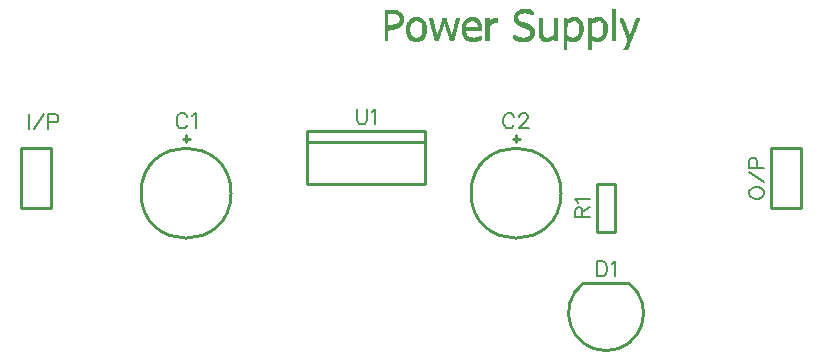
<source format=gbr>
G04 DipTrace 3.3.1.0*
G04 TopSilk.gbr*
%MOIN*%
G04 #@! TF.FileFunction,Legend,Top*
G04 #@! TF.Part,Single*
%ADD10C,0.009843*%
%ADD12C,0.003*%
%ADD45C,0.00772*%
%FSLAX26Y26*%
G04*
G70*
G90*
G75*
G01*
G04 TopSilk*
%LPD*%
X1131881Y1674811D2*
D10*
X1155521D1*
X1143701Y1686608D2*
Y1662981D1*
X993701Y1493702D2*
G02X993701Y1493702I150000J0D01*
G01*
X2231881Y1674811D2*
X2255521D1*
X2243701Y1686608D2*
Y1662981D1*
X2093701Y1493702D2*
G02X2093701Y1493702I150000J0D01*
G01*
X2468763Y1193694D2*
X2618639D1*
X2468463Y1193469D2*
G03X2618939Y1193469I75238J-99796D01*
G01*
X2573701Y1523851D2*
X2513701D1*
X2573701Y1363551D2*
Y1523851D1*
Y1363551D2*
X2513701D1*
Y1523851D1*
X693706Y1643713D2*
X593701D1*
Y1443689D1*
X693706D1*
Y1643713D1*
X3193706D2*
X3093701D1*
Y1443689D1*
X3193706D1*
Y1643713D1*
X1546850Y1700000D2*
X1940551D1*
Y1522835D1*
X1546850D1*
Y1700000D1*
Y1664567D2*
X1940551D1*
X2258701Y2107701D2*
D12*
X2285701D1*
X2564701D2*
X2573701D1*
X1805701Y2104701D2*
X1844701D1*
X2253302D2*
X2291906D1*
X2564701D2*
X2573701D1*
X1805701Y2101701D2*
X1850111D1*
X2248653D2*
X2296988D1*
X2564701D2*
X2573701D1*
X1805701Y2098701D2*
X1854854D1*
X2245042D2*
X2299226D1*
X2564701D2*
X2573701D1*
X1805701Y2095701D2*
X1858741D1*
X2242379D2*
X2262994D1*
X2281598D2*
X2300018D1*
X2564701D2*
X2573701D1*
X1805701Y2092701D2*
X1814701D1*
X1841099D2*
X1861729D1*
X2240332D2*
X2256881D1*
X2288492D2*
X2300441D1*
X2564701D2*
X2573701D1*
X1805701Y2089701D2*
X1814701D1*
X1845749D2*
X1864056D1*
X2238607D2*
X2252708D1*
X2294701D2*
X2300701D1*
X2564701D2*
X2573701D1*
X1805701Y2086701D2*
X1814701D1*
X1849359D2*
X1865017D1*
X2237122D2*
X2250014D1*
X2564701D2*
X2573701D1*
X1805701Y2083701D2*
X1814701D1*
X1852011D2*
X1865859D1*
X2235991D2*
X2248075D1*
X2564701D2*
X2573701D1*
X1805701Y2080701D2*
X1814701D1*
X1853941D2*
X1866774D1*
X1901701D2*
X1919701D1*
X2087701D2*
X2105701D1*
X2235411D2*
X2247594D1*
X2429701D2*
X2444701D1*
X2510701D2*
X2525701D1*
X2564701D2*
X2573701D1*
X1805701Y2077701D2*
X1814701D1*
X1855460D2*
X1867522D1*
X1895943D2*
X1925099D1*
X1952701D2*
X1964701D1*
X1997701D2*
X2009701D1*
X2042701D2*
X2054701D1*
X2082302D2*
X2110997D1*
X2141701D2*
X2153701D1*
X2171701D2*
X2180701D1*
X2235450D2*
X2248257D1*
X2318701D2*
X2330701D1*
X2369701D2*
X2378701D1*
X2402701D2*
X2411701D1*
X2423149D2*
X2449648D1*
X2483701D2*
X2492701D1*
X2504149D2*
X2530648D1*
X2564701D2*
X2573701D1*
X2588701D2*
X2597701D1*
X2642701D2*
X2654701D1*
X1805701Y2074701D2*
X1814701D1*
X1855632D2*
X1867694D1*
X1891325D2*
X1929749D1*
X1953726D2*
X1965164D1*
X1997237D2*
X2010164D1*
X2042237D2*
X2053304D1*
X2077653D2*
X2115355D1*
X2141701D2*
X2154252D1*
X2165149D2*
X2180701D1*
X2236028D2*
X2249432D1*
X2318701D2*
X2330701D1*
X2369701D2*
X2378701D1*
X2402701D2*
X2413107D1*
X2416097D2*
X2453647D1*
X2483701D2*
X2494107D1*
X2497097D2*
X2534647D1*
X2564701D2*
X2573701D1*
X2589164D2*
X2599549D1*
X2642225D2*
X2653663D1*
X1805701Y2071701D2*
X1814701D1*
X1855223D2*
X1867265D1*
X1887847D2*
X1933359D1*
X1954631D2*
X1965908D1*
X1996493D2*
X2010908D1*
X2041493D2*
X2052337D1*
X2074042D2*
X2118524D1*
X2141701D2*
X2155305D1*
X2158097D2*
X2180701D1*
X2236853D2*
X2250984D1*
X2318701D2*
X2330701D1*
X2369701D2*
X2378701D1*
X2402701D2*
X2456757D1*
X2483701D2*
X2537757D1*
X2564701D2*
X2573701D1*
X2589920D2*
X2601166D1*
X2641376D2*
X2652665D1*
X1805701Y2068701D2*
X1814701D1*
X1854486D2*
X1866616D1*
X1885284D2*
X1902405D1*
X1918997D2*
X1936011D1*
X1955305D2*
X1966685D1*
X1995705D2*
X2011697D1*
X2040705D2*
X2051519D1*
X2071379D2*
X2088302D1*
X2104985D2*
X2120754D1*
X2141701D2*
X2180701D1*
X2237852D2*
X2254615D1*
X2318701D2*
X2330701D1*
X2369701D2*
X2378701D1*
X2402701D2*
X2427892D1*
X2444587D2*
X2459231D1*
X2483701D2*
X2508892D1*
X2525587D2*
X2540231D1*
X2564701D2*
X2573701D1*
X2590802D2*
X2602485D1*
X2640217D2*
X2651702D1*
X1805701Y2065701D2*
X1814701D1*
X1853513D2*
X1866029D1*
X1883291D2*
X1898046D1*
X1923355D2*
X1937964D1*
X1955981D2*
X1967222D1*
X1995074D2*
X2012328D1*
X2040074D2*
X2050607D1*
X2069332D2*
X2083653D1*
X2109238D2*
X2122329D1*
X2141701D2*
X2180701D1*
X2239340D2*
X2260122D1*
X2318701D2*
X2330701D1*
X2369701D2*
X2378701D1*
X2402701D2*
X2421500D1*
X2447190D2*
X2461051D1*
X2483701D2*
X2502500D1*
X2528190D2*
X2542051D1*
X2564701D2*
X2573701D1*
X2591722D2*
X2603586D1*
X2638961D2*
X2650585D1*
X1805701Y2062701D2*
X1814701D1*
X1852234D2*
X1865284D1*
X1881591D2*
X1894878D1*
X1926524D2*
X1939413D1*
X1956832D2*
X1967606D1*
X1994413D2*
X2012989D1*
X2039413D2*
X2049748D1*
X2067607D2*
X2080042D1*
X2112509D2*
X2123530D1*
X2141701D2*
X2170798D1*
X2241463D2*
X2267554D1*
X2318701D2*
X2330701D1*
X2369701D2*
X2378701D1*
X2402701D2*
X2416366D1*
X2449354D2*
X2462402D1*
X2483701D2*
X2497366D1*
X2530354D2*
X2543402D1*
X2564701D2*
X2573701D1*
X2592824D2*
X2604673D1*
X2637808D2*
X2649301D1*
X1805701Y2059701D2*
X1814701D1*
X1849339D2*
X1864040D1*
X1880116D2*
X1892648D1*
X1928742D2*
X1940561D1*
X1957667D2*
X1968116D1*
X1993555D2*
X2013846D1*
X2038567D2*
X2049089D1*
X2066122D2*
X2077391D1*
X2113771D2*
X2124642D1*
X2141701D2*
X2163217D1*
X2244166D2*
X2275761D1*
X2318701D2*
X2330701D1*
X2369701D2*
X2378701D1*
X2402701D2*
X2413727D1*
X2451085D2*
X2463589D1*
X2483701D2*
X2494727D1*
X2532085D2*
X2544589D1*
X2564701D2*
X2573701D1*
X2594103D2*
X2605705D1*
X2636775D2*
X2647993D1*
X1805701Y2056701D2*
X1814701D1*
X1841093D2*
X1862280D1*
X1878977D2*
X1891073D1*
X1930212D2*
X1941653D1*
X1958317D2*
X1968887D1*
X1992628D2*
X2000237D1*
X2006815D2*
X2014774D1*
X2037745D2*
X2048418D1*
X2064979D2*
X2075448D1*
X2114882D2*
X2125581D1*
X2141701D2*
X2157489D1*
X2247709D2*
X2283397D1*
X2318701D2*
X2330701D1*
X2369701D2*
X2378701D1*
X2402701D2*
X2412673D1*
X2452344D2*
X2464561D1*
X2483701D2*
X2493673D1*
X2533344D2*
X2545561D1*
X2564701D2*
X2573701D1*
X2595409D2*
X2606685D1*
X2635714D2*
X2646819D1*
X1805701Y2053701D2*
X1814701D1*
X1827976D2*
X1860063D1*
X1878293D2*
X1889872D1*
X1931030D2*
X1942585D1*
X1958985D2*
X1969688D1*
X1991702D2*
X1999482D1*
X2007200D2*
X2015699D1*
X2037190D2*
X2047557D1*
X2064293D2*
X2074097D1*
X2116362D2*
X2126172D1*
X2141701D2*
X2155188D1*
X2252825D2*
X2289629D1*
X2318701D2*
X2330701D1*
X2369701D2*
X2378701D1*
X2402701D2*
X2412110D1*
X2453079D2*
X2465165D1*
X2483701D2*
X2493110D1*
X2534079D2*
X2546165D1*
X2564701D2*
X2573701D1*
X2596583D2*
X2607812D1*
X2634692D2*
X2645767D1*
X1805701Y2050701D2*
X1857013D1*
X1877950D2*
X1888760D1*
X1931424D2*
X1943173D1*
X1959833D2*
X1970325D1*
X1990686D2*
X1998599D1*
X2007930D2*
X2016715D1*
X2036799D2*
X2046629D1*
X2063950D2*
X2073277D1*
X2118394D2*
X2126476D1*
X2141701D2*
X2154388D1*
X2259974D2*
X2294232D1*
X2318701D2*
X2330701D1*
X2369701D2*
X2378701D1*
X2402701D2*
X2411860D1*
X2453441D2*
X2465473D1*
X2483701D2*
X2492860D1*
X2534441D2*
X2546473D1*
X2564701D2*
X2573701D1*
X2597634D2*
X2609099D1*
X2633726D2*
X2644610D1*
X1805701Y2047701D2*
X1852165D1*
X1877798D2*
X1887821D1*
X1931594D2*
X1943476D1*
X1960668D2*
X1970988D1*
X1989682D2*
X1997692D1*
X2008805D2*
X2017720D1*
X2036287D2*
X2045702D1*
X2063798D2*
X2126612D1*
X2141701D2*
X2153980D1*
X2268332D2*
X2297599D1*
X2318701D2*
X2330701D1*
X2369701D2*
X2378701D1*
X2402701D2*
X2411759D1*
X2453600D2*
X2465611D1*
X2483701D2*
X2492759D1*
X2534600D2*
X2546611D1*
X2564701D2*
X2573701D1*
X2598792D2*
X2610408D1*
X2632695D2*
X2643310D1*
X1805701Y2044701D2*
X1843753D1*
X1877737D2*
X1887230D1*
X1931662D2*
X1943612D1*
X1961317D2*
X1971834D1*
X1988723D2*
X1996683D1*
X2009711D2*
X2018679D1*
X2035515D2*
X2044698D1*
X2063737D2*
X2126668D1*
X2141701D2*
X2153806D1*
X2276190D2*
X2300162D1*
X2318701D2*
X2330701D1*
X2369701D2*
X2378701D1*
X2402701D2*
X2411721D1*
X2453664D2*
X2465667D1*
X2483701D2*
X2492721D1*
X2534664D2*
X2546667D1*
X2564701D2*
X2573701D1*
X2600092D2*
X2611582D1*
X2631685D2*
X2641996D1*
X1805701Y2041701D2*
X1830612D1*
X1877714D2*
X1886938D1*
X1931687D2*
X1943668D1*
X1961985D2*
X1972668D1*
X1987694D2*
X1995681D1*
X2010719D2*
X2019708D1*
X2034713D2*
X2043787D1*
X2063714D2*
X2126690D1*
X2141701D2*
X2153738D1*
X2282373D2*
X2301913D1*
X2318701D2*
X2330701D1*
X2369701D2*
X2378701D1*
X2402701D2*
X2411708D1*
X2453688D2*
X2465689D1*
X2483701D2*
X2492708D1*
X2534688D2*
X2546689D1*
X2564701D2*
X2573701D1*
X2601405D2*
X2612623D1*
X2630712D2*
X2640820D1*
X1805701Y2038701D2*
X1814701D1*
X1877705D2*
X1886907D1*
X1931696D2*
X1943689D1*
X1962845D2*
X1973317D1*
X1986684D2*
X1994722D1*
X2011721D2*
X2020717D1*
X2034077D2*
X2043105D1*
X2063705D2*
X2126701D1*
X2141701D2*
X2153714D1*
X2287261D2*
X2302896D1*
X2318701D2*
X2330701D1*
X2369701D2*
X2378701D1*
X2402701D2*
X2411703D1*
X2453696D2*
X2465685D1*
X2483701D2*
X2492703D1*
X2534696D2*
X2546685D1*
X2564701D2*
X2573701D1*
X2602581D2*
X2613686D1*
X2629589D2*
X2639768D1*
X1805701Y2035701D2*
X1814701D1*
X1877702D2*
X1887233D1*
X1931699D2*
X1943685D1*
X1963773D2*
X1973985D1*
X1985724D2*
X1993694D1*
X2012679D2*
X2021678D1*
X2033414D2*
X2042424D1*
X2063702D2*
X2072815D1*
X2141701D2*
X2153705D1*
X2289765D2*
X2303369D1*
X2318701D2*
X2330701D1*
X2369701D2*
X2378701D1*
X2402701D2*
X2411702D1*
X2453688D2*
X2465582D1*
X2483701D2*
X2492702D1*
X2534688D2*
X2546582D1*
X2564701D2*
X2573701D1*
X2603622D2*
X2614709D1*
X2628302D2*
X2638610D1*
X1805701Y2032701D2*
X1814701D1*
X1877713D2*
X1887942D1*
X1931689D2*
X1943582D1*
X1964699D2*
X1974845D1*
X1984694D2*
X1992684D1*
X2013708D2*
X2022707D1*
X2032556D2*
X2041571D1*
X2063713D2*
X2073211D1*
X2141701D2*
X2153702D1*
X2290771D2*
X2303573D1*
X2318701D2*
X2330701D1*
X2369701D2*
X2378701D1*
X2402701D2*
X2411701D1*
X2453583D2*
X2465201D1*
X2483701D2*
X2492701D1*
X2534583D2*
X2546201D1*
X2564701D2*
X2573701D1*
X2604686D2*
X2615687D1*
X2626993D2*
X2637310D1*
X1805701Y2029701D2*
X1814701D1*
X1877818D2*
X1888809D1*
X1931572D2*
X1943201D1*
X1965704D2*
X1975782D1*
X1983676D2*
X1991724D1*
X2014717D2*
X2023726D1*
X2031619D2*
X2040735D1*
X2063818D2*
X2074036D1*
X2141701D2*
X2153701D1*
X2291297D2*
X2303642D1*
X2318713D2*
X2330713D1*
X2369689D2*
X2378701D1*
X2402701D2*
X2411701D1*
X2453189D2*
X2464471D1*
X2483701D2*
X2492701D1*
X2534189D2*
X2545471D1*
X2564701D2*
X2573701D1*
X2605709D2*
X2616821D1*
X2625811D2*
X2635996D1*
X1805701Y2026701D2*
X1814701D1*
X1878212D2*
X1889724D1*
X1931084D2*
X1942471D1*
X1966614D2*
X1976792D1*
X1982631D2*
X1990694D1*
X2015678D2*
X2024770D1*
X2030610D2*
X2040085D1*
X2064212D2*
X2075199D1*
X2141701D2*
X2153701D1*
X2291420D2*
X2303567D1*
X2318818D2*
X2330818D1*
X2369560D2*
X2378701D1*
X2402701D2*
X2411701D1*
X2452354D2*
X2463596D1*
X2483701D2*
X2492701D1*
X2533354D2*
X2544596D1*
X2564701D2*
X2573701D1*
X2606687D2*
X2618197D1*
X2624686D2*
X2634820D1*
X1805701Y2023701D2*
X1814701D1*
X1879036D2*
X1890848D1*
X1929960D2*
X1941596D1*
X1967296D2*
X1978119D1*
X1981290D2*
X1989685D1*
X2016707D2*
X2026111D1*
X2029283D2*
X2039417D1*
X2065036D2*
X2076582D1*
X2141701D2*
X2153701D1*
X2291260D2*
X2303184D1*
X2319200D2*
X2331212D1*
X2369244D2*
X2378701D1*
X2402701D2*
X2411736D1*
X2451085D2*
X2462679D1*
X2483701D2*
X2492736D1*
X2532085D2*
X2543679D1*
X2564701D2*
X2573701D1*
X2607812D2*
X2619849D1*
X2623310D2*
X2633768D1*
X1805701Y2020701D2*
X1814701D1*
X1880199D2*
X1892420D1*
X1928179D2*
X1940679D1*
X1967978D2*
X1988724D1*
X2017717D2*
X2038568D1*
X2066199D2*
X2078433D1*
X2141701D2*
X2153701D1*
X2234701D2*
X2237701D1*
X2290080D2*
X2302352D1*
X2319931D2*
X2332106D1*
X2367726D2*
X2378701D1*
X2402701D2*
X2411921D1*
X2449274D2*
X2461565D1*
X2483701D2*
X2492921D1*
X2530274D2*
X2542565D1*
X2564701D2*
X2573701D1*
X2609099D2*
X2632610D1*
X1805701Y2017701D2*
X1814701D1*
X1881558D2*
X1894495D1*
X1925979D2*
X1939565D1*
X1968831D2*
X1987694D1*
X2018678D2*
X2037734D1*
X2067558D2*
X2080916D1*
X2123701D2*
X2126701D1*
X2141701D2*
X2153701D1*
X2234713D2*
X2244125D1*
X2287331D2*
X2301085D1*
X2320817D2*
X2333409D1*
X2363531D2*
X2378701D1*
X2402701D2*
X2412263D1*
X2446942D2*
X2460169D1*
X2483701D2*
X2493263D1*
X2527942D2*
X2541169D1*
X2564701D2*
X2573701D1*
X2610408D2*
X2631310D1*
X1805701Y2014701D2*
X1814701D1*
X1883105D2*
X1900895D1*
X1919946D2*
X1938158D1*
X1969667D2*
X1986685D1*
X2019707D2*
X2037085D1*
X2069117D2*
X2089230D1*
X2114183D2*
X2126677D1*
X2141701D2*
X2153701D1*
X2234841D2*
X2253720D1*
X2279638D2*
X2299344D1*
X2321840D2*
X2336858D1*
X2356614D2*
X2378701D1*
X2402701D2*
X2420091D1*
X2441059D2*
X2458375D1*
X2483701D2*
X2501091D1*
X2522059D2*
X2539375D1*
X2564701D2*
X2573701D1*
X2611582D2*
X2629996D1*
X1805701Y2011701D2*
X1814701D1*
X1884997D2*
X1910716D1*
X1910431D2*
X1936247D1*
X1970326D2*
X1985721D1*
X2020726D2*
X2036414D1*
X2071102D2*
X2102061D1*
X2100722D2*
X2126431D1*
X2141701D2*
X2153701D1*
X2235158D2*
X2268214D1*
X2267577D2*
X2297055D1*
X2323336D2*
X2345052D1*
X2346192D2*
X2378701D1*
X2402701D2*
X2432460D1*
X2431954D2*
X2456078D1*
X2483701D2*
X2513460D1*
X2512954D2*
X2537078D1*
X2564701D2*
X2573701D1*
X2612611D2*
X2628820D1*
X1805701Y2008701D2*
X1814701D1*
X1887543D2*
X1933462D1*
X1971076D2*
X1984678D1*
X2021770D2*
X2035541D1*
X2073919D2*
X2125834D1*
X2141701D2*
X2153701D1*
X2236722D2*
X2294189D1*
X2325450D2*
X2378701D1*
X2402701D2*
X2453319D1*
X2483701D2*
X2534319D1*
X2564701D2*
X2573701D1*
X2613557D2*
X2627768D1*
X1805701Y2005701D2*
X1814701D1*
X1891128D2*
X1929610D1*
X1972236D2*
X1983645D1*
X2023111D2*
X2034592D1*
X2077784D2*
X2122570D1*
X2141701D2*
X2153701D1*
X2240811D2*
X2290421D1*
X2328012D2*
X2360149D1*
X2369701D2*
X2378701D1*
X2402701D2*
X2450012D1*
X2483701D2*
X2531012D1*
X2564701D2*
X2573701D1*
X2614342D2*
X2626610D1*
X1805701Y2002701D2*
X1814701D1*
X1896022D2*
X1924854D1*
X1973701D2*
X1982701D1*
X2024701D2*
X2033701D1*
X2082545D2*
X2117611D1*
X2141701D2*
X2153701D1*
X2246351D2*
X2285435D1*
X2330814D2*
X2356097D1*
X2369701D2*
X2378701D1*
X2402701D2*
X2411701D1*
X2417701D2*
X2446051D1*
X2483701D2*
X2492701D1*
X2498701D2*
X2527051D1*
X2564701D2*
X2573701D1*
X2613906D2*
X2625310D1*
X1901701Y1999701D2*
X1919701D1*
X2087701D2*
X2111701D1*
X2252701D2*
X2279701D1*
X2333701D2*
X2351701D1*
X2402701D2*
X2411701D1*
X2423701D2*
X2441701D1*
X2483701D2*
X2492701D1*
X2504701D2*
X2522701D1*
X2613006D2*
X2623996D1*
X2402701Y1996701D2*
X2411701D1*
X2483701D2*
X2492701D1*
X2611876D2*
X2622820D1*
X2402701Y1993701D2*
X2411701D1*
X2483701D2*
X2492701D1*
X2610776D2*
X2621779D1*
X2402701Y1990701D2*
X2411701D1*
X2483701D2*
X2492701D1*
X2609752D2*
X2620715D1*
X2402701Y1987701D2*
X2411701D1*
X2483701D2*
X2492701D1*
X2608605D2*
X2619692D1*
X2402701Y1984701D2*
X2411701D1*
X2483701D2*
X2492701D1*
X2607296D2*
X2618715D1*
X2402701Y1981701D2*
X2411701D1*
X2483701D2*
X2492701D1*
X2605881D2*
X2617580D1*
X2402701Y1978701D2*
X2411701D1*
X2483701D2*
X2492701D1*
X2604339D2*
X2616204D1*
X2402701Y1975701D2*
X2411701D1*
X2483701D2*
X2492701D1*
X2602604D2*
X2614553D1*
X2402701Y1972701D2*
X2411701D1*
X2483701D2*
X2492701D1*
X2600701D2*
X2612701D1*
X2258701Y2107701D2*
X2253302Y2104701D1*
X2248653Y2101701D1*
X2245042Y2098701D1*
X2242379Y2095701D1*
X2240332Y2092701D1*
X2238607Y2089701D1*
X2237122Y2086701D1*
X2235991Y2083701D1*
X2235411Y2080701D1*
X2235450Y2077701D1*
X2236028Y2074701D1*
X2236853Y2071701D1*
X2237852Y2068701D1*
X2239340Y2065701D1*
X2241463Y2062701D1*
X2244166Y2059701D1*
X2247709Y2056701D1*
X2252825Y2053701D1*
X2259974Y2050701D1*
X2268332Y2047701D1*
X2276190Y2044701D1*
X2282373Y2041701D1*
X2287261Y2038701D1*
X2289765Y2035701D1*
X2290771Y2032701D1*
X2291297Y2029701D1*
X2291420Y2026701D1*
X2291260Y2023701D1*
X2290080Y2020701D1*
X2287331Y2017701D1*
X2279638Y2014701D1*
X2267577Y2011701D1*
X2252701Y2008701D1*
X2285701Y2107701D2*
X2291906Y2104701D1*
X2296988Y2101701D1*
X2299226Y2098701D1*
X2300018Y2095701D1*
X2300441Y2092701D1*
X2300701Y2089701D1*
X2564701Y2107701D2*
Y2104701D1*
Y2101701D1*
Y2098701D1*
Y2095701D1*
Y2092701D1*
Y2089701D1*
Y2086701D1*
Y2083701D1*
Y2080701D1*
Y2077701D1*
Y2074701D1*
Y2071701D1*
Y2068701D1*
Y2065701D1*
Y2062701D1*
Y2059701D1*
Y2056701D1*
Y2053701D1*
Y2050701D1*
Y2047701D1*
Y2044701D1*
Y2041701D1*
Y2038701D1*
Y2035701D1*
Y2032701D1*
Y2029701D1*
Y2026701D1*
Y2023701D1*
Y2020701D1*
Y2017701D1*
Y2014701D1*
Y2011701D1*
Y2008701D1*
Y2005701D1*
Y2002701D1*
X2573701Y2107701D2*
Y2104701D1*
Y2101701D1*
Y2098701D1*
Y2095701D1*
Y2092701D1*
Y2089701D1*
Y2086701D1*
Y2083701D1*
Y2080701D1*
Y2077701D1*
Y2074701D1*
Y2071701D1*
Y2068701D1*
Y2065701D1*
Y2062701D1*
Y2059701D1*
Y2056701D1*
Y2053701D1*
Y2050701D1*
Y2047701D1*
Y2044701D1*
Y2041701D1*
Y2038701D1*
Y2035701D1*
Y2032701D1*
Y2029701D1*
Y2026701D1*
Y2023701D1*
Y2020701D1*
Y2017701D1*
Y2014701D1*
Y2011701D1*
Y2008701D1*
Y2005701D1*
Y2002701D1*
X1805701Y2104701D2*
Y2101701D1*
Y2098701D1*
Y2095701D1*
Y2092701D1*
Y2089701D1*
Y2086701D1*
Y2083701D1*
Y2080701D1*
Y2077701D1*
Y2074701D1*
Y2071701D1*
Y2068701D1*
Y2065701D1*
Y2062701D1*
Y2059701D1*
Y2056701D1*
Y2053701D1*
Y2050701D1*
Y2047701D1*
Y2044701D1*
Y2041701D1*
Y2038701D1*
Y2035701D1*
Y2032701D1*
Y2029701D1*
Y2026701D1*
Y2023701D1*
Y2020701D1*
Y2017701D1*
Y2014701D1*
Y2011701D1*
Y2008701D1*
Y2005701D1*
Y2002701D1*
X1844701Y2104701D2*
X1850111Y2101701D1*
X1854854Y2098701D1*
X1858741Y2095701D1*
X1861729Y2092701D1*
X1864056Y2089701D1*
X1865017Y2086701D1*
X1865859Y2083701D1*
X1866774Y2080701D1*
X1867522Y2077701D1*
X1867694Y2074701D1*
X1867265Y2071701D1*
X1866616Y2068701D1*
X1866029Y2065701D1*
X1865284Y2062701D1*
X1864040Y2059701D1*
X1862280Y2056701D1*
X1860063Y2053701D1*
X1857013Y2050701D1*
X1852165Y2047701D1*
X1843753Y2044701D1*
X1830612Y2041701D1*
X1814701Y2038701D1*
Y2035701D1*
Y2032701D1*
Y2029701D1*
Y2026701D1*
Y2023701D1*
Y2020701D1*
Y2017701D1*
Y2014701D1*
Y2011701D1*
Y2008701D1*
Y2005701D1*
Y2002701D1*
X2270701Y2098701D2*
X2262994Y2095701D1*
X2256881Y2092701D1*
X2252708Y2089701D1*
X2250014Y2086701D1*
X2248075Y2083701D1*
X2247594Y2080701D1*
X2248257Y2077701D1*
X2249432Y2074701D1*
X2250984Y2071701D1*
X2254615Y2068701D1*
X2260122Y2065701D1*
X2267554Y2062701D1*
X2275761Y2059701D1*
X2283397Y2056701D1*
X2289629Y2053701D1*
X2294232Y2050701D1*
X2297599Y2047701D1*
X2300162Y2044701D1*
X2301913Y2041701D1*
X2302896Y2038701D1*
X2303369Y2035701D1*
X2303573Y2032701D1*
X2303642Y2029701D1*
X2303567Y2026701D1*
X2303184Y2023701D1*
X2302352Y2020701D1*
X2301085Y2017701D1*
X2299344Y2014701D1*
X2297055Y2011701D1*
X2294189Y2008701D1*
X2290421Y2005701D1*
X2285435Y2002701D1*
X2279701Y1999701D1*
X2273701Y2098701D2*
X2281598Y2095701D1*
X2288492Y2092701D1*
X2294701Y2089701D1*
X1814701Y2095701D2*
Y2092701D1*
Y2089701D1*
Y2086701D1*
Y2083701D1*
Y2080701D1*
Y2077701D1*
Y2074701D1*
Y2071701D1*
Y2068701D1*
Y2065701D1*
Y2062701D1*
Y2059701D1*
Y2056701D1*
Y2053701D1*
X1838701Y2050701D1*
X1835701Y2095701D2*
X1841099Y2092701D1*
X1845749Y2089701D1*
X1849359Y2086701D1*
X1852011Y2083701D1*
X1853941Y2080701D1*
X1855460Y2077701D1*
X1855632Y2074701D1*
X1855223Y2071701D1*
X1854486Y2068701D1*
X1853513Y2065701D1*
X1852234Y2062701D1*
X1849339Y2059701D1*
X1841093Y2056701D1*
X1827976Y2053701D1*
X1811701Y2050701D1*
X1901701Y2080701D2*
X1895943Y2077701D1*
X1891325Y2074701D1*
X1887847Y2071701D1*
X1885284Y2068701D1*
X1883291Y2065701D1*
X1881591Y2062701D1*
X1880116Y2059701D1*
X1878977Y2056701D1*
X1878293Y2053701D1*
X1877950Y2050701D1*
X1877798Y2047701D1*
X1877737Y2044701D1*
X1877714Y2041701D1*
X1877705Y2038701D1*
X1877702Y2035701D1*
X1877713Y2032701D1*
X1877818Y2029701D1*
X1878212Y2026701D1*
X1879036Y2023701D1*
X1880199Y2020701D1*
X1881558Y2017701D1*
X1883105Y2014701D1*
X1884997Y2011701D1*
X1887543Y2008701D1*
X1891128Y2005701D1*
X1896022Y2002701D1*
X1901701Y1999701D1*
X1919701Y2080701D2*
X1925099Y2077701D1*
X1929749Y2074701D1*
X1933359Y2071701D1*
X1936011Y2068701D1*
X1937964Y2065701D1*
X1939413Y2062701D1*
X1940561Y2059701D1*
X1941653Y2056701D1*
X1942585Y2053701D1*
X1943173Y2050701D1*
X1943476Y2047701D1*
X1943612Y2044701D1*
X1943668Y2041701D1*
X1943689Y2038701D1*
X1943685Y2035701D1*
X1943582Y2032701D1*
X1943201Y2029701D1*
X1942471Y2026701D1*
X1941596Y2023701D1*
X1940679Y2020701D1*
X1939565Y2017701D1*
X1938158Y2014701D1*
X1936247Y2011701D1*
X1933462Y2008701D1*
X1929610Y2005701D1*
X1924854Y2002701D1*
X1919701Y1999701D1*
X2087701Y2080701D2*
X2082302Y2077701D1*
X2077653Y2074701D1*
X2074042Y2071701D1*
X2071379Y2068701D1*
X2069332Y2065701D1*
X2067607Y2062701D1*
X2066122Y2059701D1*
X2064979Y2056701D1*
X2064293Y2053701D1*
X2063950Y2050701D1*
X2063798Y2047701D1*
X2063737Y2044701D1*
X2063714Y2041701D1*
X2063705Y2038701D1*
X2063702Y2035701D1*
X2063713Y2032701D1*
X2063818Y2029701D1*
X2064212Y2026701D1*
X2065036Y2023701D1*
X2066199Y2020701D1*
X2067558Y2017701D1*
X2069117Y2014701D1*
X2071102Y2011701D1*
X2073919Y2008701D1*
X2077784Y2005701D1*
X2082545Y2002701D1*
X2087701Y1999701D1*
X2105701Y2080701D2*
X2110997Y2077701D1*
X2115355Y2074701D1*
X2118524Y2071701D1*
X2120754Y2068701D1*
X2122329Y2065701D1*
X2123530Y2062701D1*
X2124642Y2059701D1*
X2125581Y2056701D1*
X2126172Y2053701D1*
X2126476Y2050701D1*
X2126612Y2047701D1*
X2126668Y2044701D1*
X2126690Y2041701D1*
X2126701Y2038701D1*
X2429701Y2080701D2*
X2423149Y2077701D1*
X2416097Y2074701D1*
X2408701Y2071701D1*
X2444701Y2080701D2*
X2449648Y2077701D1*
X2453647Y2074701D1*
X2456757Y2071701D1*
X2459231Y2068701D1*
X2461051Y2065701D1*
X2462402Y2062701D1*
X2463589Y2059701D1*
X2464561Y2056701D1*
X2465165Y2053701D1*
X2465473Y2050701D1*
X2465611Y2047701D1*
X2465667Y2044701D1*
X2465689Y2041701D1*
X2465685Y2038701D1*
X2465582Y2035701D1*
X2465201Y2032701D1*
X2464471Y2029701D1*
X2463596Y2026701D1*
X2462679Y2023701D1*
X2461565Y2020701D1*
X2460169Y2017701D1*
X2458375Y2014701D1*
X2456078Y2011701D1*
X2453319Y2008701D1*
X2450012Y2005701D1*
X2446051Y2002701D1*
X2441701Y1999701D1*
X2510701Y2080701D2*
X2504149Y2077701D1*
X2497097Y2074701D1*
X2489701Y2071701D1*
X2525701Y2080701D2*
X2530648Y2077701D1*
X2534647Y2074701D1*
X2537757Y2071701D1*
X2540231Y2068701D1*
X2542051Y2065701D1*
X2543402Y2062701D1*
X2544589Y2059701D1*
X2545561Y2056701D1*
X2546165Y2053701D1*
X2546473Y2050701D1*
X2546611Y2047701D1*
X2546667Y2044701D1*
X2546689Y2041701D1*
X2546685Y2038701D1*
X2546582Y2035701D1*
X2546201Y2032701D1*
X2545471Y2029701D1*
X2544596Y2026701D1*
X2543679Y2023701D1*
X2542565Y2020701D1*
X2541169Y2017701D1*
X2539375Y2014701D1*
X2537078Y2011701D1*
X2534319Y2008701D1*
X2531012Y2005701D1*
X2527051Y2002701D1*
X2522701Y1999701D1*
X1952701Y2077701D2*
X1953726Y2074701D1*
X1954631Y2071701D1*
X1955305Y2068701D1*
X1955981Y2065701D1*
X1956832Y2062701D1*
X1957667Y2059701D1*
X1958317Y2056701D1*
X1958985Y2053701D1*
X1959833Y2050701D1*
X1960668Y2047701D1*
X1961317Y2044701D1*
X1961985Y2041701D1*
X1962845Y2038701D1*
X1963773Y2035701D1*
X1964699Y2032701D1*
X1965704Y2029701D1*
X1966614Y2026701D1*
X1967296Y2023701D1*
X1967978Y2020701D1*
X1968831Y2017701D1*
X1969667Y2014701D1*
X1970326Y2011701D1*
X1971076Y2008701D1*
X1972236Y2005701D1*
X1973701Y2002701D1*
X1964701Y2077701D2*
X1965164Y2074701D1*
X1965908Y2071701D1*
X1966685Y2068701D1*
X1967222Y2065701D1*
X1967606Y2062701D1*
X1968116Y2059701D1*
X1968887Y2056701D1*
X1969688Y2053701D1*
X1970325Y2050701D1*
X1970988Y2047701D1*
X1971834Y2044701D1*
X1972668Y2041701D1*
X1973317Y2038701D1*
X1973985Y2035701D1*
X1974845Y2032701D1*
X1975782Y2029701D1*
X1976792Y2026701D1*
X1978119Y2023701D1*
X1979701Y2020701D1*
X1997701Y2077701D2*
X1997237Y2074701D1*
X1996493Y2071701D1*
X1995705Y2068701D1*
X1995074Y2065701D1*
X1994413Y2062701D1*
X1993555Y2059701D1*
X1992628Y2056701D1*
X1991702Y2053701D1*
X1990686Y2050701D1*
X1989682Y2047701D1*
X1988723Y2044701D1*
X1987694Y2041701D1*
X1986684Y2038701D1*
X1985724Y2035701D1*
X1984694Y2032701D1*
X1983676Y2029701D1*
X1982631Y2026701D1*
X1981290Y2023701D1*
X1979701Y2020701D1*
X2009701Y2077701D2*
X2010164Y2074701D1*
X2010908Y2071701D1*
X2011697Y2068701D1*
X2012328Y2065701D1*
X2012989Y2062701D1*
X2013846Y2059701D1*
X2014774Y2056701D1*
X2015699Y2053701D1*
X2016715Y2050701D1*
X2017720Y2047701D1*
X2018679Y2044701D1*
X2019708Y2041701D1*
X2020717Y2038701D1*
X2021678Y2035701D1*
X2022707Y2032701D1*
X2023726Y2029701D1*
X2024770Y2026701D1*
X2026111Y2023701D1*
X2027701Y2020701D1*
X2042701Y2077701D2*
X2042237Y2074701D1*
X2041493Y2071701D1*
X2040705Y2068701D1*
X2040074Y2065701D1*
X2039413Y2062701D1*
X2038567Y2059701D1*
X2037745Y2056701D1*
X2037190Y2053701D1*
X2036799Y2050701D1*
X2036287Y2047701D1*
X2035515Y2044701D1*
X2034713Y2041701D1*
X2034077Y2038701D1*
X2033414Y2035701D1*
X2032556Y2032701D1*
X2031619Y2029701D1*
X2030610Y2026701D1*
X2029283Y2023701D1*
X2027701Y2020701D1*
X2054701Y2077701D2*
X2053304Y2074701D1*
X2052337Y2071701D1*
X2051519Y2068701D1*
X2050607Y2065701D1*
X2049748Y2062701D1*
X2049089Y2059701D1*
X2048418Y2056701D1*
X2047557Y2053701D1*
X2046629Y2050701D1*
X2045702Y2047701D1*
X2044698Y2044701D1*
X2043787Y2041701D1*
X2043105Y2038701D1*
X2042424Y2035701D1*
X2041571Y2032701D1*
X2040735Y2029701D1*
X2040085Y2026701D1*
X2039417Y2023701D1*
X2038568Y2020701D1*
X2037734Y2017701D1*
X2037085Y2014701D1*
X2036414Y2011701D1*
X2035541Y2008701D1*
X2034592Y2005701D1*
X2033701Y2002701D1*
X2141701Y2077701D2*
Y2074701D1*
Y2071701D1*
Y2068701D1*
Y2065701D1*
Y2062701D1*
Y2059701D1*
Y2056701D1*
Y2053701D1*
Y2050701D1*
Y2047701D1*
Y2044701D1*
Y2041701D1*
Y2038701D1*
Y2035701D1*
Y2032701D1*
Y2029701D1*
Y2026701D1*
Y2023701D1*
Y2020701D1*
Y2017701D1*
Y2014701D1*
Y2011701D1*
Y2008701D1*
Y2005701D1*
Y2002701D1*
X2153701Y2077701D2*
X2154252Y2074701D1*
X2155305Y2071701D1*
X2156701Y2068701D1*
X2171701Y2077701D2*
X2165149Y2074701D1*
X2158097Y2071701D1*
X2150701Y2068701D1*
X2180701Y2077701D2*
Y2074701D1*
Y2071701D1*
Y2068701D1*
Y2065701D1*
X2170798Y2062701D1*
X2163217Y2059701D1*
X2157489Y2056701D1*
X2155188Y2053701D1*
X2154388Y2050701D1*
X2153980Y2047701D1*
X2153806Y2044701D1*
X2153738Y2041701D1*
X2153714Y2038701D1*
X2153705Y2035701D1*
X2153702Y2032701D1*
X2153701Y2029701D1*
Y2026701D1*
Y2023701D1*
Y2020701D1*
Y2017701D1*
Y2014701D1*
Y2011701D1*
Y2008701D1*
Y2005701D1*
Y2002701D1*
X2318701Y2077701D2*
Y2074701D1*
Y2071701D1*
Y2068701D1*
Y2065701D1*
Y2062701D1*
Y2059701D1*
Y2056701D1*
Y2053701D1*
Y2050701D1*
Y2047701D1*
Y2044701D1*
Y2041701D1*
Y2038701D1*
Y2035701D1*
Y2032701D1*
X2318713Y2029701D1*
X2318818Y2026701D1*
X2319200Y2023701D1*
X2319931Y2020701D1*
X2320817Y2017701D1*
X2321840Y2014701D1*
X2323336Y2011701D1*
X2325450Y2008701D1*
X2328012Y2005701D1*
X2330814Y2002701D1*
X2333701Y1999701D1*
X2330701Y2077701D2*
Y2074701D1*
Y2071701D1*
Y2068701D1*
Y2065701D1*
Y2062701D1*
Y2059701D1*
Y2056701D1*
Y2053701D1*
Y2050701D1*
Y2047701D1*
Y2044701D1*
Y2041701D1*
Y2038701D1*
Y2035701D1*
Y2032701D1*
X2330713Y2029701D1*
X2330818Y2026701D1*
X2331212Y2023701D1*
X2332106Y2020701D1*
X2333409Y2017701D1*
X2336858Y2014701D1*
X2345052Y2011701D1*
X2354701Y2008701D1*
X2369701Y2077701D2*
Y2074701D1*
Y2071701D1*
Y2068701D1*
Y2065701D1*
Y2062701D1*
Y2059701D1*
Y2056701D1*
Y2053701D1*
Y2050701D1*
Y2047701D1*
Y2044701D1*
Y2041701D1*
Y2038701D1*
Y2035701D1*
Y2032701D1*
X2369689Y2029701D1*
X2369560Y2026701D1*
X2369244Y2023701D1*
X2367726Y2020701D1*
X2363531Y2017701D1*
X2356614Y2014701D1*
X2346192Y2011701D1*
X2333701Y2008701D1*
X2378701Y2077701D2*
Y2074701D1*
Y2071701D1*
Y2068701D1*
Y2065701D1*
Y2062701D1*
Y2059701D1*
Y2056701D1*
Y2053701D1*
Y2050701D1*
Y2047701D1*
Y2044701D1*
Y2041701D1*
Y2038701D1*
Y2035701D1*
Y2032701D1*
Y2029701D1*
Y2026701D1*
Y2023701D1*
Y2020701D1*
Y2017701D1*
Y2014701D1*
Y2011701D1*
Y2008701D1*
Y2005701D1*
Y2002701D1*
X2402701Y2077701D2*
Y2074701D1*
Y2071701D1*
Y2068701D1*
Y2065701D1*
Y2062701D1*
Y2059701D1*
Y2056701D1*
Y2053701D1*
Y2050701D1*
Y2047701D1*
Y2044701D1*
Y2041701D1*
Y2038701D1*
Y2035701D1*
Y2032701D1*
Y2029701D1*
Y2026701D1*
Y2023701D1*
Y2020701D1*
Y2017701D1*
Y2014701D1*
Y2011701D1*
Y2008701D1*
Y2005701D1*
Y2002701D1*
Y1999701D1*
Y1996701D1*
Y1993701D1*
Y1990701D1*
Y1987701D1*
Y1984701D1*
Y1981701D1*
Y1978701D1*
Y1975701D1*
Y1972701D1*
X2411701Y2077701D2*
X2413107Y2074701D1*
X2414701Y2071701D1*
X2483701Y2077701D2*
Y2074701D1*
Y2071701D1*
Y2068701D1*
Y2065701D1*
Y2062701D1*
Y2059701D1*
Y2056701D1*
Y2053701D1*
Y2050701D1*
Y2047701D1*
Y2044701D1*
Y2041701D1*
Y2038701D1*
Y2035701D1*
Y2032701D1*
Y2029701D1*
Y2026701D1*
Y2023701D1*
Y2020701D1*
Y2017701D1*
Y2014701D1*
Y2011701D1*
Y2008701D1*
Y2005701D1*
Y2002701D1*
Y1999701D1*
Y1996701D1*
Y1993701D1*
Y1990701D1*
Y1987701D1*
Y1984701D1*
Y1981701D1*
Y1978701D1*
Y1975701D1*
Y1972701D1*
X2492701Y2077701D2*
X2494107Y2074701D1*
X2495701Y2071701D1*
X2588701Y2077701D2*
X2589164Y2074701D1*
X2589920Y2071701D1*
X2590802Y2068701D1*
X2591722Y2065701D1*
X2592824Y2062701D1*
X2594103Y2059701D1*
X2595409Y2056701D1*
X2596583Y2053701D1*
X2597634Y2050701D1*
X2598792Y2047701D1*
X2600092Y2044701D1*
X2601405Y2041701D1*
X2602581Y2038701D1*
X2603622Y2035701D1*
X2604686Y2032701D1*
X2605709Y2029701D1*
X2606687Y2026701D1*
X2607812Y2023701D1*
X2609099Y2020701D1*
X2610408Y2017701D1*
X2611582Y2014701D1*
X2612611Y2011701D1*
X2613557Y2008701D1*
X2614342Y2005701D1*
X2613906Y2002701D1*
X2613006Y1999701D1*
X2611876Y1996701D1*
X2610776Y1993701D1*
X2609752Y1990701D1*
X2608605Y1987701D1*
X2607296Y1984701D1*
X2605881Y1981701D1*
X2604339Y1978701D1*
X2602604Y1975701D1*
X2600701Y1972701D1*
X2597701Y2077701D2*
X2599549Y2074701D1*
X2601166Y2071701D1*
X2602485Y2068701D1*
X2603586Y2065701D1*
X2604673Y2062701D1*
X2605705Y2059701D1*
X2606685Y2056701D1*
X2607812Y2053701D1*
X2609099Y2050701D1*
X2610408Y2047701D1*
X2611582Y2044701D1*
X2612623Y2041701D1*
X2613686Y2038701D1*
X2614709Y2035701D1*
X2615687Y2032701D1*
X2616821Y2029701D1*
X2618197Y2026701D1*
X2619849Y2023701D1*
X2621701Y2020701D1*
X2642701Y2077701D2*
X2642225Y2074701D1*
X2641376Y2071701D1*
X2640217Y2068701D1*
X2638961Y2065701D1*
X2637808Y2062701D1*
X2636775Y2059701D1*
X2635714Y2056701D1*
X2634692Y2053701D1*
X2633726Y2050701D1*
X2632695Y2047701D1*
X2631685Y2044701D1*
X2630712Y2041701D1*
X2629589Y2038701D1*
X2628302Y2035701D1*
X2626993Y2032701D1*
X2625811Y2029701D1*
X2624686Y2026701D1*
X2623310Y2023701D1*
X2621701Y2020701D1*
X2654701Y2077701D2*
X2653663Y2074701D1*
X2652665Y2071701D1*
X2651702Y2068701D1*
X2650585Y2065701D1*
X2649301Y2062701D1*
X2647993Y2059701D1*
X2646819Y2056701D1*
X2645767Y2053701D1*
X2644610Y2050701D1*
X2643310Y2047701D1*
X2641996Y2044701D1*
X2640820Y2041701D1*
X2639768Y2038701D1*
X2638610Y2035701D1*
X2637310Y2032701D1*
X2635996Y2029701D1*
X2634820Y2026701D1*
X2633768Y2023701D1*
X2632610Y2020701D1*
X2631310Y2017701D1*
X2629996Y2014701D1*
X2628820Y2011701D1*
X2627768Y2008701D1*
X2626610Y2005701D1*
X2625310Y2002701D1*
X2623996Y1999701D1*
X2622820Y1996701D1*
X2621779Y1993701D1*
X2620715Y1990701D1*
X2619692Y1987701D1*
X2618715Y1984701D1*
X2617580Y1981701D1*
X2616204Y1978701D1*
X2614553Y1975701D1*
X2612701Y1972701D1*
X1907701Y2071701D2*
X1902405Y2068701D1*
X1898046Y2065701D1*
X1894878Y2062701D1*
X1892648Y2059701D1*
X1891073Y2056701D1*
X1889872Y2053701D1*
X1888760Y2050701D1*
X1887821Y2047701D1*
X1887230Y2044701D1*
X1886938Y2041701D1*
X1886907Y2038701D1*
X1887233Y2035701D1*
X1887942Y2032701D1*
X1888809Y2029701D1*
X1889724Y2026701D1*
X1890848Y2023701D1*
X1892420Y2020701D1*
X1894495Y2017701D1*
X1900895Y2014701D1*
X1910716Y2011701D1*
X1922701Y2008701D1*
X1913701Y2071701D2*
X1918997Y2068701D1*
X1923355Y2065701D1*
X1926524Y2062701D1*
X1928742Y2059701D1*
X1930212Y2056701D1*
X1931030Y2053701D1*
X1931424Y2050701D1*
X1931594Y2047701D1*
X1931662Y2044701D1*
X1931687Y2041701D1*
X1931696Y2038701D1*
X1931699Y2035701D1*
X1931689Y2032701D1*
X1931572Y2029701D1*
X1931084Y2026701D1*
X1929960Y2023701D1*
X1928179Y2020701D1*
X1925979Y2017701D1*
X1919946Y2014701D1*
X1910431Y2011701D1*
X1898701Y2008701D1*
X2093701Y2071701D2*
X2088302Y2068701D1*
X2083653Y2065701D1*
X2080042Y2062701D1*
X2077391Y2059701D1*
X2075448Y2056701D1*
X2074097Y2053701D1*
X2073277Y2050701D1*
X2072701Y2047701D1*
X2099701Y2071701D2*
X2104985Y2068701D1*
X2109238Y2065701D1*
X2112509Y2062701D1*
X2113771Y2059701D1*
X2114882Y2056701D1*
X2116362Y2053701D1*
X2118394Y2050701D1*
X2120701Y2047701D1*
X2435701Y2071701D2*
X2427892Y2068701D1*
X2421500Y2065701D1*
X2416366Y2062701D1*
X2413727Y2059701D1*
X2412673Y2056701D1*
X2412110Y2053701D1*
X2411860Y2050701D1*
X2411759Y2047701D1*
X2411721Y2044701D1*
X2411708Y2041701D1*
X2411703Y2038701D1*
X2411702Y2035701D1*
X2411701Y2032701D1*
Y2029701D1*
Y2026701D1*
X2411736Y2023701D1*
X2411921Y2020701D1*
X2412263Y2017701D1*
X2420091Y2014701D1*
X2432460Y2011701D1*
X2447701Y2008701D1*
X2441701Y2071701D2*
X2444587Y2068701D1*
X2447190Y2065701D1*
X2449354Y2062701D1*
X2451085Y2059701D1*
X2452344Y2056701D1*
X2453079Y2053701D1*
X2453441Y2050701D1*
X2453600Y2047701D1*
X2453664Y2044701D1*
X2453688Y2041701D1*
X2453696Y2038701D1*
X2453688Y2035701D1*
X2453583Y2032701D1*
X2453189Y2029701D1*
X2452354Y2026701D1*
X2451085Y2023701D1*
X2449274Y2020701D1*
X2446942Y2017701D1*
X2441059Y2014701D1*
X2431954Y2011701D1*
X2420701Y2008701D1*
X2516701Y2071701D2*
X2508892Y2068701D1*
X2502500Y2065701D1*
X2497366Y2062701D1*
X2494727Y2059701D1*
X2493673Y2056701D1*
X2493110Y2053701D1*
X2492860Y2050701D1*
X2492759Y2047701D1*
X2492721Y2044701D1*
X2492708Y2041701D1*
X2492703Y2038701D1*
X2492702Y2035701D1*
X2492701Y2032701D1*
Y2029701D1*
Y2026701D1*
X2492736Y2023701D1*
X2492921Y2020701D1*
X2493263Y2017701D1*
X2501091Y2014701D1*
X2513460Y2011701D1*
X2528701Y2008701D1*
X2522701Y2071701D2*
X2525587Y2068701D1*
X2528190Y2065701D1*
X2530354Y2062701D1*
X2532085Y2059701D1*
X2533344Y2056701D1*
X2534079Y2053701D1*
X2534441Y2050701D1*
X2534600Y2047701D1*
X2534664Y2044701D1*
X2534688Y2041701D1*
X2534696Y2038701D1*
X2534688Y2035701D1*
X2534583Y2032701D1*
X2534189Y2029701D1*
X2533354Y2026701D1*
X2532085Y2023701D1*
X2530274Y2020701D1*
X2527942Y2017701D1*
X2522059Y2014701D1*
X2512954Y2011701D1*
X2501701Y2008701D1*
X2000701Y2059701D2*
X2000237Y2056701D1*
X1999482Y2053701D1*
X1998599Y2050701D1*
X1997692Y2047701D1*
X1996683Y2044701D1*
X1995681Y2041701D1*
X1994722Y2038701D1*
X1993694Y2035701D1*
X1992684Y2032701D1*
X1991724Y2029701D1*
X1990694Y2026701D1*
X1989685Y2023701D1*
X1988724Y2020701D1*
X1987694Y2017701D1*
X1986685Y2014701D1*
X1985721Y2011701D1*
X1984678Y2008701D1*
X1983645Y2005701D1*
X1982701Y2002701D1*
X2006701Y2059701D2*
X2006815Y2056701D1*
X2007200Y2053701D1*
X2007930Y2050701D1*
X2008805Y2047701D1*
X2009711Y2044701D1*
X2010719Y2041701D1*
X2011721Y2038701D1*
X2012679Y2035701D1*
X2013708Y2032701D1*
X2014717Y2029701D1*
X2015678Y2026701D1*
X2016707Y2023701D1*
X2017717Y2020701D1*
X2018678Y2017701D1*
X2019707Y2014701D1*
X2020726Y2011701D1*
X2021770Y2008701D1*
X2023111Y2005701D1*
X2024701Y2002701D1*
X2072701Y2038701D2*
X2072815Y2035701D1*
X2073211Y2032701D1*
X2074036Y2029701D1*
X2075199Y2026701D1*
X2076582Y2023701D1*
X2078433Y2020701D1*
X2080916Y2017701D1*
X2089230Y2014701D1*
X2102061Y2011701D1*
X2117701Y2008701D1*
X2234701Y2020701D2*
X2234713Y2017701D1*
X2234841Y2014701D1*
X2235158Y2011701D1*
X2236722Y2008701D1*
X2240811Y2005701D1*
X2246351Y2002701D1*
X2252701Y1999701D1*
X2237701Y2020701D2*
X2244125Y2017701D1*
X2253720Y2014701D1*
X2268214Y2011701D1*
X2285701Y2008701D1*
X2123701Y2017701D2*
X2114183Y2014701D1*
X2100722Y2011701D1*
X2084701Y2008701D1*
X2126701Y2017701D2*
X2126677Y2014701D1*
X2126431Y2011701D1*
X2125834Y2008701D1*
X2122570Y2005701D1*
X2117611Y2002701D1*
X2111701Y1999701D1*
X2363701Y2008701D2*
X2360149Y2005701D1*
X2356097Y2002701D1*
X2351701Y1999701D1*
X2369701Y2008701D2*
Y2005701D1*
Y2002701D1*
X2411701Y2005701D2*
Y2002701D1*
Y1999701D1*
Y1996701D1*
Y1993701D1*
Y1990701D1*
Y1987701D1*
Y1984701D1*
Y1981701D1*
Y1978701D1*
Y1975701D1*
Y1972701D1*
Y2005701D2*
X2417701Y2002701D1*
X2423701Y1999701D1*
X2492701Y2005701D2*
Y2002701D1*
Y1999701D1*
Y1996701D1*
Y1993701D1*
Y1990701D1*
Y1987701D1*
Y1984701D1*
Y1981701D1*
Y1978701D1*
Y1975701D1*
Y1972701D1*
Y2005701D2*
X2498701Y2002701D1*
X2504701Y1999701D1*
X1147919Y1747892D2*
D45*
X1145543Y1752646D1*
X1140734Y1757454D1*
X1135981Y1759831D1*
X1126420D1*
X1121611Y1757454D1*
X1116858Y1752646D1*
X1114426Y1747892D1*
X1112049Y1740707D1*
Y1728714D1*
X1114426Y1721584D1*
X1116858Y1716776D1*
X1121611Y1712023D1*
X1126420Y1709591D1*
X1135981D1*
X1140734Y1712023D1*
X1145543Y1716776D1*
X1147919Y1721584D1*
X1163359Y1750214D2*
X1168167Y1752646D1*
X1175352Y1759775D1*
Y1709591D1*
X2237169Y1747892D2*
X2234793Y1752646D1*
X2229984Y1757454D1*
X2225231Y1759831D1*
X2215670D1*
X2210861Y1757454D1*
X2206108Y1752646D1*
X2203676Y1747892D1*
X2201300Y1740707D1*
Y1728714D1*
X2203676Y1721584D1*
X2206108Y1716776D1*
X2210861Y1712023D1*
X2215670Y1709591D1*
X2225231D1*
X2229984Y1712023D1*
X2234793Y1716776D1*
X2237169Y1721584D1*
X2255041Y1747837D2*
Y1750214D1*
X2257417Y1755022D1*
X2259794Y1757399D1*
X2264602Y1759775D1*
X2274164D1*
X2278917Y1757399D1*
X2281294Y1755022D1*
X2283725Y1750214D1*
Y1745461D1*
X2281294Y1740652D1*
X2276540Y1733522D1*
X2252609Y1709591D1*
X2286102D1*
X2513238Y1266917D2*
Y1216677D1*
X2529984D1*
X2537169Y1219109D1*
X2541978Y1223862D1*
X2544354Y1228671D1*
X2546731Y1235801D1*
Y1247794D1*
X2544354Y1254979D1*
X2541978Y1259732D1*
X2537169Y1264541D1*
X2529984Y1266917D1*
X2513238D1*
X2562170Y1257300D2*
X2566979Y1259732D1*
X2574164Y1266862D1*
Y1216677D1*
X2464409Y1413238D2*
Y1434738D1*
X2461978Y1441923D1*
X2459601Y1444355D1*
X2454848Y1446731D1*
X2450039D1*
X2445286Y1444355D1*
X2442854Y1441923D1*
X2440478Y1434738D1*
Y1413238D1*
X2490718D1*
X2464409Y1429985D2*
X2490718Y1446731D1*
X2450095Y1462170D2*
X2447663Y1466979D1*
X2440533Y1474164D1*
X2490718D1*
X619768Y1756294D2*
Y1706054D1*
X635207D2*
X668701Y1756239D1*
X684140Y1729986D2*
X705695D1*
X712825Y1732362D1*
X715257Y1734794D1*
X717633Y1739547D1*
Y1746732D1*
X715257Y1751485D1*
X712825Y1753917D1*
X705695Y1756294D1*
X684140D1*
Y1706054D1*
X3020478Y1490015D2*
X3022854Y1485207D1*
X3027663Y1480454D1*
X3032416Y1478022D1*
X3039601Y1475645D1*
X3051594D1*
X3058724Y1478022D1*
X3063533Y1480454D1*
X3068286Y1485207D1*
X3070718Y1490015D1*
Y1499577D1*
X3068286Y1504330D1*
X3063533Y1509138D1*
X3058724Y1511515D1*
X3051595Y1513892D1*
X3039601D1*
X3032416Y1511515D1*
X3027663Y1509138D1*
X3022854Y1504330D1*
X3020478Y1499577D1*
Y1490015D1*
X3070718Y1529331D2*
X3020533Y1562824D1*
X3046786Y1578263D2*
Y1599818D1*
X3044409Y1606948D1*
X3041978Y1609380D1*
X3037224Y1611757D1*
X3030039D1*
X3025286Y1609380D1*
X3022854Y1606948D1*
X3020478Y1599818D1*
Y1578263D1*
X3070718D1*
X1713238Y1773223D2*
Y1737353D1*
X1715614Y1730168D1*
X1720423Y1725415D1*
X1727608Y1722983D1*
X1732361D1*
X1739546Y1725415D1*
X1744354Y1730168D1*
X1746731Y1737353D1*
Y1773223D1*
X1762170Y1763606D2*
X1766979Y1766038D1*
X1774164Y1773168D1*
Y1722983D1*
M02*

</source>
